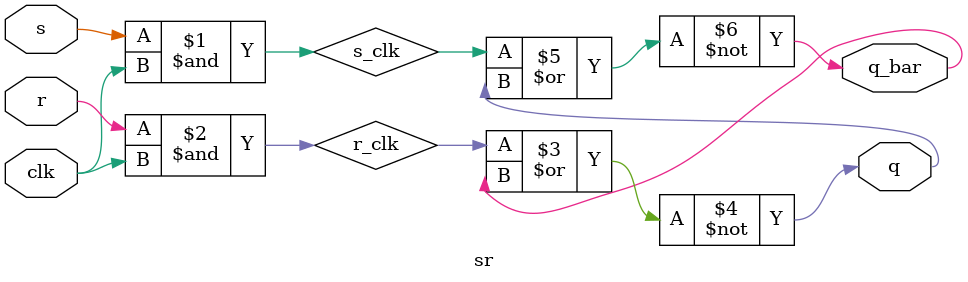
<source format=v>
module sr (s,r,q,q_bar,clk);
input s, r, clk;
output q, q_bar;

wire s_clk;
wire r_clk;

and(s_clk,s,clk);
and(r_clk,r,clk);

nor(q,r_clk,q_bar);
nor(q_bar,s_clk,q);

endmodule

</source>
